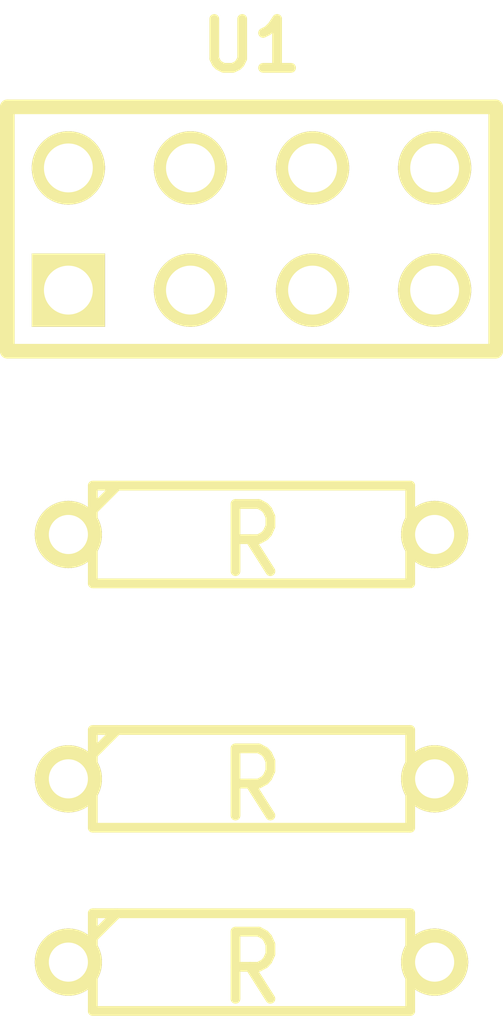
<source format=kicad_pcb>
(kicad_pcb (version 3) (host pcbnew "(2013-jul-07)-stable")

  (general
    (links 7)
    (no_connects 7)
    (area 0 0 0 0)
    (thickness 1.6)
    (drawings 0)
    (tracks 0)
    (zones 0)
    (modules 4)
    (nets 4)
  )

  (page A3)
  (layers
    (15 F.Cu signal)
    (0 B.Cu signal)
    (16 B.Adhes user)
    (17 F.Adhes user)
    (18 B.Paste user)
    (19 F.Paste user)
    (20 B.SilkS user)
    (21 F.SilkS user)
    (22 B.Mask user)
    (23 F.Mask user)
    (24 Dwgs.User user)
    (25 Cmts.User user)
    (26 Eco1.User user)
    (27 Eco2.User user)
    (28 Edge.Cuts user)
  )

  (setup
    (last_trace_width 0.254)
    (trace_clearance 0.254)
    (zone_clearance 0.508)
    (zone_45_only no)
    (trace_min 0.254)
    (segment_width 0.2)
    (edge_width 0.15)
    (via_size 0.889)
    (via_drill 0.635)
    (via_min_size 0.889)
    (via_min_drill 0.508)
    (uvia_size 0.508)
    (uvia_drill 0.127)
    (uvias_allowed no)
    (uvia_min_size 0.508)
    (uvia_min_drill 0.127)
    (pcb_text_width 0.3)
    (pcb_text_size 1 1)
    (mod_edge_width 0.15)
    (mod_text_size 1 1)
    (mod_text_width 0.15)
    (pad_size 1 1)
    (pad_drill 0.6)
    (pad_to_mask_clearance 0)
    (aux_axis_origin 0 0)
    (visible_elements FFFFFFBF)
    (pcbplotparams
      (layerselection 3178497)
      (usegerberextensions true)
      (excludeedgelayer true)
      (linewidth 0.150000)
      (plotframeref false)
      (viasonmask false)
      (mode 1)
      (useauxorigin false)
      (hpglpennumber 1)
      (hpglpenspeed 20)
      (hpglpendiameter 15)
      (hpglpenoverlay 2)
      (psnegative false)
      (psa4output false)
      (plotreference true)
      (plotvalue true)
      (plotothertext true)
      (plotinvisibletext false)
      (padsonsilk false)
      (subtractmaskfromsilk false)
      (outputformat 1)
      (mirror false)
      (drillshape 1)
      (scaleselection 1)
      (outputdirectory ""))
  )

  (net 0 "")
  (net 1 +3.3V)
  (net 2 N-000004)
  (net 3 N-000006)

  (net_class Default "This is the default net class."
    (clearance 0.254)
    (trace_width 0.254)
    (via_dia 0.889)
    (via_drill 0.635)
    (uvia_dia 0.508)
    (uvia_drill 0.127)
    (add_net "")
    (add_net +3.3V)
    (add_net N-000004)
    (add_net N-000006)
  )

  (module R3 (layer F.Cu) (tedit 4E4C0E65) (tstamp 59254A36)
    (at 35.56 40.64)
    (descr "Resitance 3 pas")
    (tags R)
    (path /592539CE)
    (autoplace_cost180 10)
    (fp_text reference R1 (at 0 0.127) (layer F.SilkS) hide
      (effects (font (size 1.397 1.27) (thickness 0.2032)))
    )
    (fp_text value R (at 0 0.127) (layer F.SilkS)
      (effects (font (size 1.397 1.27) (thickness 0.2032)))
    )
    (fp_line (start -3.81 0) (end -3.302 0) (layer F.SilkS) (width 0.2032))
    (fp_line (start 3.81 0) (end 3.302 0) (layer F.SilkS) (width 0.2032))
    (fp_line (start 3.302 0) (end 3.302 -1.016) (layer F.SilkS) (width 0.2032))
    (fp_line (start 3.302 -1.016) (end -3.302 -1.016) (layer F.SilkS) (width 0.2032))
    (fp_line (start -3.302 -1.016) (end -3.302 1.016) (layer F.SilkS) (width 0.2032))
    (fp_line (start -3.302 1.016) (end 3.302 1.016) (layer F.SilkS) (width 0.2032))
    (fp_line (start 3.302 1.016) (end 3.302 0) (layer F.SilkS) (width 0.2032))
    (fp_line (start -3.302 -0.508) (end -2.794 -1.016) (layer F.SilkS) (width 0.2032))
    (pad 1 thru_hole circle (at -3.81 0) (size 1.397 1.397) (drill 0.8128)
      (layers *.Cu *.Mask F.SilkS)
    )
    (pad 2 thru_hole circle (at 3.81 0) (size 1.397 1.397) (drill 0.8128)
      (layers *.Cu *.Mask F.SilkS)
      (net 2 N-000004)
    )
    (model discret/resistor.wrl
      (at (xyz 0 0 0))
      (scale (xyz 0.3 0.3 0.3))
      (rotate (xyz 0 0 0))
    )
  )

  (module R3 (layer F.Cu) (tedit 4E4C0E65) (tstamp 59254A44)
    (at 35.56 36.83)
    (descr "Resitance 3 pas")
    (tags R)
    (path /592539E2)
    (autoplace_cost180 10)
    (fp_text reference R2 (at 0 0.127) (layer F.SilkS) hide
      (effects (font (size 1.397 1.27) (thickness 0.2032)))
    )
    (fp_text value R (at 0 0.127) (layer F.SilkS)
      (effects (font (size 1.397 1.27) (thickness 0.2032)))
    )
    (fp_line (start -3.81 0) (end -3.302 0) (layer F.SilkS) (width 0.2032))
    (fp_line (start 3.81 0) (end 3.302 0) (layer F.SilkS) (width 0.2032))
    (fp_line (start 3.302 0) (end 3.302 -1.016) (layer F.SilkS) (width 0.2032))
    (fp_line (start 3.302 -1.016) (end -3.302 -1.016) (layer F.SilkS) (width 0.2032))
    (fp_line (start -3.302 -1.016) (end -3.302 1.016) (layer F.SilkS) (width 0.2032))
    (fp_line (start -3.302 1.016) (end 3.302 1.016) (layer F.SilkS) (width 0.2032))
    (fp_line (start 3.302 1.016) (end 3.302 0) (layer F.SilkS) (width 0.2032))
    (fp_line (start -3.302 -0.508) (end -2.794 -1.016) (layer F.SilkS) (width 0.2032))
    (pad 1 thru_hole circle (at -3.81 0) (size 1.397 1.397) (drill 0.8128)
      (layers *.Cu *.Mask F.SilkS)
      (net 3 N-000006)
    )
    (pad 2 thru_hole circle (at 3.81 0) (size 1.397 1.397) (drill 0.8128)
      (layers *.Cu *.Mask F.SilkS)
      (net 2 N-000004)
    )
    (model discret/resistor.wrl
      (at (xyz 0 0 0))
      (scale (xyz 0.3 0.3 0.3))
      (rotate (xyz 0 0 0))
    )
  )

  (module R3 (layer F.Cu) (tedit 4E4C0E65) (tstamp 59254A52)
    (at 35.56 31.75)
    (descr "Resitance 3 pas")
    (tags R)
    (path /592539F1)
    (autoplace_cost180 10)
    (fp_text reference R3 (at 0 0.127) (layer F.SilkS) hide
      (effects (font (size 1.397 1.27) (thickness 0.2032)))
    )
    (fp_text value R (at 0 0.127) (layer F.SilkS)
      (effects (font (size 1.397 1.27) (thickness 0.2032)))
    )
    (fp_line (start -3.81 0) (end -3.302 0) (layer F.SilkS) (width 0.2032))
    (fp_line (start 3.81 0) (end 3.302 0) (layer F.SilkS) (width 0.2032))
    (fp_line (start 3.302 0) (end 3.302 -1.016) (layer F.SilkS) (width 0.2032))
    (fp_line (start 3.302 -1.016) (end -3.302 -1.016) (layer F.SilkS) (width 0.2032))
    (fp_line (start -3.302 -1.016) (end -3.302 1.016) (layer F.SilkS) (width 0.2032))
    (fp_line (start -3.302 1.016) (end 3.302 1.016) (layer F.SilkS) (width 0.2032))
    (fp_line (start 3.302 1.016) (end 3.302 0) (layer F.SilkS) (width 0.2032))
    (fp_line (start -3.302 -0.508) (end -2.794 -1.016) (layer F.SilkS) (width 0.2032))
    (pad 1 thru_hole circle (at -3.81 0) (size 1.397 1.397) (drill 0.8128)
      (layers *.Cu *.Mask F.SilkS)
      (net 3 N-000006)
    )
    (pad 2 thru_hole circle (at 3.81 0) (size 1.397 1.397) (drill 0.8128)
      (layers *.Cu *.Mask F.SilkS)
    )
    (model discret/resistor.wrl
      (at (xyz 0 0 0))
      (scale (xyz 0.3 0.3 0.3))
      (rotate (xyz 0 0 0))
    )
  )

  (module pin_array_4x2 (layer F.Cu) (tedit 3FAB90E6) (tstamp 59254A62)
    (at 35.56 25.4)
    (descr "Double rangee de contacts 2 x 4 pins")
    (tags CONN)
    (path /59253B06)
    (fp_text reference U1 (at 0 -3.81) (layer F.SilkS)
      (effects (font (size 1.016 1.016) (thickness 0.2032)))
    )
    (fp_text value ESP-01V090 (at 0 3.81) (layer F.SilkS) hide
      (effects (font (size 1.016 1.016) (thickness 0.2032)))
    )
    (fp_line (start -5.08 -2.54) (end 5.08 -2.54) (layer F.SilkS) (width 0.3048))
    (fp_line (start 5.08 -2.54) (end 5.08 2.54) (layer F.SilkS) (width 0.3048))
    (fp_line (start 5.08 2.54) (end -5.08 2.54) (layer F.SilkS) (width 0.3048))
    (fp_line (start -5.08 2.54) (end -5.08 -2.54) (layer F.SilkS) (width 0.3048))
    (pad 1 thru_hole rect (at -3.81 1.27) (size 1.524 1.524) (drill 1.016)
      (layers *.Cu *.Mask F.SilkS)
      (net 3 N-000006)
    )
    (pad 2 thru_hole circle (at -3.81 -1.27) (size 1.524 1.524) (drill 1.016)
      (layers *.Cu *.Mask F.SilkS)
    )
    (pad 3 thru_hole circle (at -1.27 1.27) (size 1.524 1.524) (drill 1.016)
      (layers *.Cu *.Mask F.SilkS)
      (net 1 +3.3V)
    )
    (pad 4 thru_hole circle (at -1.27 -1.27) (size 1.524 1.524) (drill 1.016)
      (layers *.Cu *.Mask F.SilkS)
      (net 1 +3.3V)
    )
    (pad 5 thru_hole circle (at 1.27 1.27) (size 1.524 1.524) (drill 1.016)
      (layers *.Cu *.Mask F.SilkS)
      (net 1 +3.3V)
    )
    (pad 6 thru_hole circle (at 1.27 -1.27) (size 1.524 1.524) (drill 1.016)
      (layers *.Cu *.Mask F.SilkS)
      (net 1 +3.3V)
    )
    (pad 7 thru_hole circle (at 3.81 1.27) (size 1.524 1.524) (drill 1.016)
      (layers *.Cu *.Mask F.SilkS)
      (net 1 +3.3V)
    )
    (pad 8 thru_hole circle (at 3.81 -1.27) (size 1.524 1.524) (drill 1.016)
      (layers *.Cu *.Mask F.SilkS)
    )
    (model pin_array/pins_array_4x2.wrl
      (at (xyz 0 0 0))
      (scale (xyz 1 1 1))
      (rotate (xyz 0 0 0))
    )
  )

)

</source>
